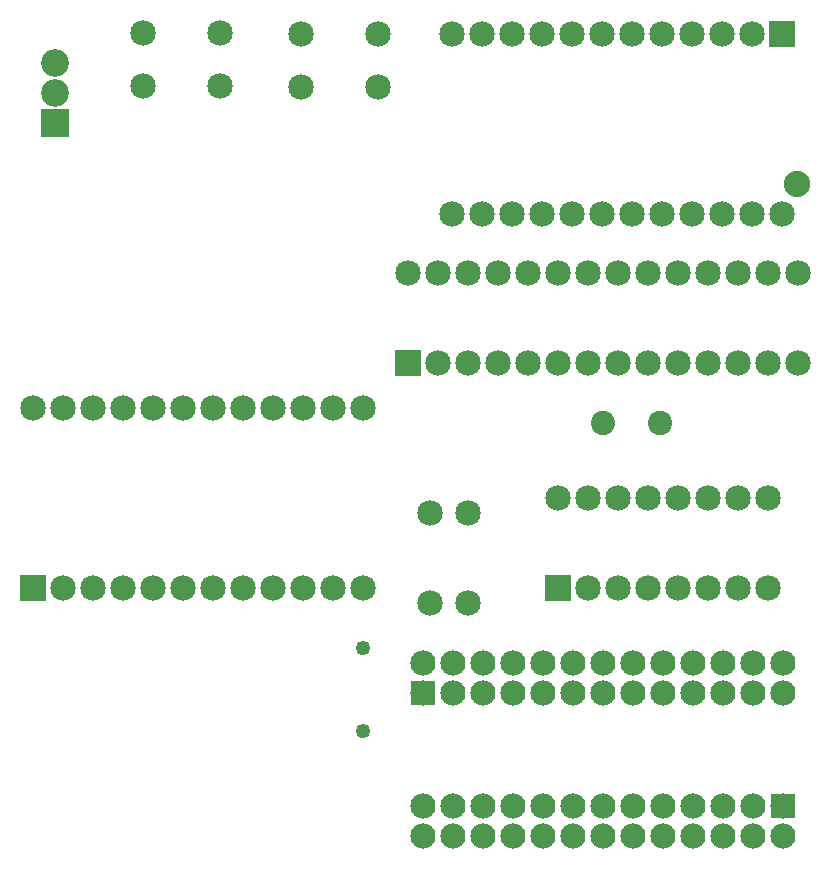
<source format=gbs>
G04 MADE WITH FRITZING*
G04 WWW.FRITZING.ORG*
G04 DOUBLE SIDED*
G04 HOLES PLATED*
G04 CONTOUR ON CENTER OF CONTOUR VECTOR*
%ASAXBY*%
%FSLAX23Y23*%
%MOIN*%
%OFA0B0*%
%SFA1.0B1.0*%
%ADD10C,0.084000*%
%ADD11C,0.085000*%
%ADD12C,0.092000*%
%ADD13C,0.080925*%
%ADD14C,0.080866*%
%ADD15C,0.088000*%
%ADD16C,0.049370*%
%ADD17R,0.084000X0.084000*%
%ADD18R,0.085000X0.085000*%
%ADD19R,0.092000X0.092000*%
%LNMASK0*%
G90*
G70*
G54D10*
X2648Y186D03*
X2548Y186D03*
X2448Y186D03*
X2348Y186D03*
X2248Y186D03*
X2148Y186D03*
X2048Y186D03*
X1948Y186D03*
X1848Y186D03*
X1748Y186D03*
X1648Y186D03*
X1548Y186D03*
X1448Y186D03*
X2648Y286D03*
X2548Y286D03*
X2448Y286D03*
X2348Y286D03*
X2248Y286D03*
X2148Y286D03*
X2048Y286D03*
X1948Y286D03*
X1848Y286D03*
X1748Y286D03*
X1648Y286D03*
X1548Y286D03*
X1448Y286D03*
X1448Y761D03*
X1548Y761D03*
X1648Y761D03*
X1748Y761D03*
X1848Y761D03*
X1948Y761D03*
X2048Y761D03*
X2148Y761D03*
X2248Y761D03*
X2348Y761D03*
X2448Y761D03*
X2548Y761D03*
X2648Y761D03*
X1448Y661D03*
X1548Y661D03*
X1648Y661D03*
X1748Y661D03*
X1848Y661D03*
X1948Y661D03*
X2048Y661D03*
X2148Y661D03*
X2248Y661D03*
X2348Y661D03*
X2448Y661D03*
X2548Y661D03*
X2648Y661D03*
G54D11*
X1398Y1761D03*
X1398Y2061D03*
X1498Y1761D03*
X1498Y2061D03*
X1598Y1761D03*
X1598Y2061D03*
X1698Y1761D03*
X1698Y2061D03*
X1798Y1761D03*
X1798Y2061D03*
X1898Y1761D03*
X1898Y2061D03*
X1998Y1761D03*
X1998Y2061D03*
X2098Y1761D03*
X2098Y2061D03*
X2198Y1761D03*
X2198Y2061D03*
X2298Y1761D03*
X2298Y2061D03*
X2398Y1761D03*
X2398Y2061D03*
X2498Y1761D03*
X2498Y2061D03*
X2598Y1761D03*
X2598Y2061D03*
X2698Y1761D03*
X2698Y2061D03*
X2646Y2859D03*
X2646Y2259D03*
X2546Y2859D03*
X2546Y2259D03*
X2446Y2859D03*
X2446Y2259D03*
X2346Y2859D03*
X2346Y2259D03*
X2246Y2859D03*
X2246Y2259D03*
X2146Y2859D03*
X2146Y2259D03*
X2046Y2859D03*
X2046Y2259D03*
X1946Y2859D03*
X1946Y2259D03*
X1846Y2859D03*
X1846Y2259D03*
X1746Y2859D03*
X1746Y2259D03*
X1646Y2859D03*
X1646Y2259D03*
X1546Y2859D03*
X1546Y2259D03*
X148Y1011D03*
X148Y1611D03*
X248Y1011D03*
X248Y1611D03*
X348Y1011D03*
X348Y1611D03*
X448Y1011D03*
X448Y1611D03*
X548Y1011D03*
X548Y1611D03*
X648Y1011D03*
X648Y1611D03*
X748Y1011D03*
X748Y1611D03*
X848Y1011D03*
X848Y1611D03*
X948Y1011D03*
X948Y1611D03*
X1048Y1011D03*
X1048Y1611D03*
X1148Y1011D03*
X1148Y1611D03*
X1248Y1011D03*
X1248Y1611D03*
G54D12*
X223Y2561D03*
X223Y2661D03*
X223Y2761D03*
G54D13*
X2241Y1561D03*
G54D14*
X2048Y1561D03*
G54D11*
X1898Y1011D03*
X1898Y1311D03*
X1998Y1011D03*
X1998Y1311D03*
X2098Y1011D03*
X2098Y1311D03*
X2198Y1011D03*
X2198Y1311D03*
X2298Y1011D03*
X2298Y1311D03*
X2398Y1011D03*
X2398Y1311D03*
X2498Y1011D03*
X2498Y1311D03*
X2598Y1011D03*
X2598Y1311D03*
X773Y2684D03*
X517Y2684D03*
X773Y2861D03*
X517Y2861D03*
X1298Y2682D03*
X1042Y2682D03*
X1298Y2859D03*
X1042Y2859D03*
X1598Y961D03*
X1598Y1261D03*
X1473Y961D03*
X1473Y1261D03*
G54D15*
X2696Y2359D03*
G54D16*
X1248Y536D03*
X1248Y811D03*
G54D17*
X2648Y286D03*
X1448Y661D03*
G54D18*
X1398Y1761D03*
X2646Y2859D03*
X148Y1011D03*
G54D19*
X223Y2561D03*
G54D18*
X1898Y1011D03*
G04 End of Mask0*
M02*
</source>
